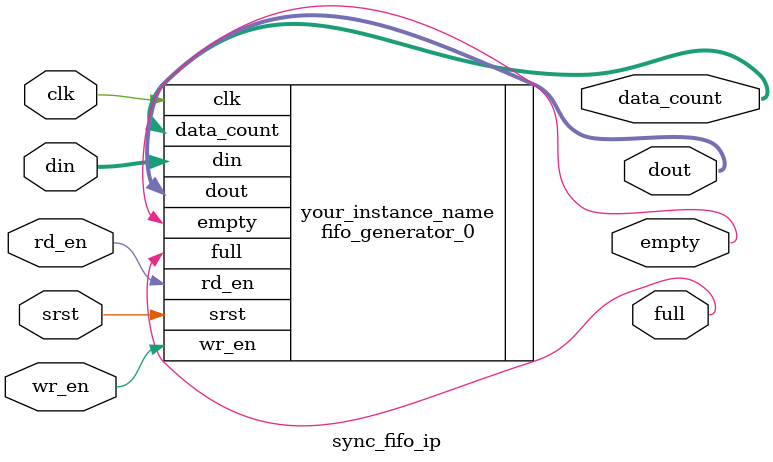
<source format=sv>
`timescale 1ns / 1ps


module sync_fifo_ip(
        input  logic       clk,
        input  logic       srst,
        input  logic [7:0] din,
        input  logic       wr_en,
        input  logic       rd_en,
        output logic [7:0] dout,
        output logic       full,
        output logic       empty,
        output logic [8:0] data_count
    );

    fifo_generator_0 your_instance_name (
        .clk(clk),                // input wire clk
        .srst(srst),              // input wire srst
        .din(din),                // input wire [7 : 0] din
        .wr_en(wr_en),            // input wire wr_en
        .rd_en(rd_en),            // input wire rd_en
        .dout(dout),              // output wire [7 : 0] dout
        .full(full),              // output wire full
        .empty(empty),            // output wire empty
        .data_count(data_count)  //  output wire [8 : 0] data_count
    );
endmodule

</source>
